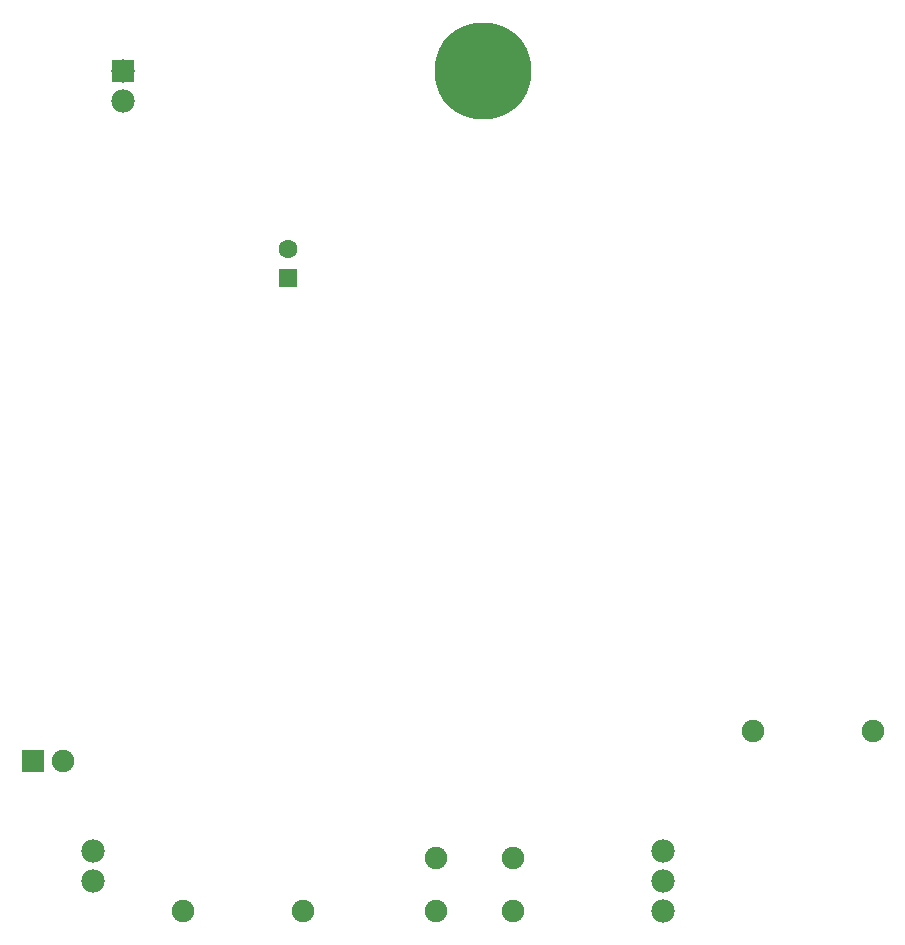
<source format=gbl>
G04 MADE WITH FRITZING*
G04 WWW.FRITZING.ORG*
G04 DOUBLE SIDED*
G04 HOLES PLATED*
G04 CONTOUR ON CENTER OF CONTOUR VECTOR*
%ASAXBY*%
%FSLAX23Y23*%
%MOIN*%
%OFA0B0*%
%SFA1.0B1.0*%
%ADD10C,0.062992*%
%ADD11C,0.078000*%
%ADD12C,0.075000*%
%ADD13C,0.322834*%
%ADD14R,0.062992X0.062992*%
%ADD15R,0.075000X0.075000*%
%ADD16R,0.078000X0.078000*%
%LNCOPPER0*%
G90*
G70*
G54D10*
X971Y2259D03*
X971Y2357D03*
X971Y2259D03*
X971Y2357D03*
G54D11*
X322Y350D03*
X322Y250D03*
X2222Y350D03*
X2222Y250D03*
X2222Y150D03*
G54D12*
X2522Y750D03*
X2922Y750D03*
X622Y150D03*
X1022Y150D03*
X122Y650D03*
X222Y650D03*
X1466Y150D03*
X1722Y150D03*
X1466Y327D03*
X1722Y327D03*
X1466Y150D03*
X1722Y150D03*
X1466Y327D03*
X1722Y327D03*
G54D13*
X1622Y2950D03*
G54D11*
X422Y2950D03*
X422Y2850D03*
G54D14*
X971Y2259D03*
X971Y2259D03*
G54D15*
X122Y650D03*
G54D16*
X422Y2950D03*
G04 End of Copper0*
M02*
</source>
